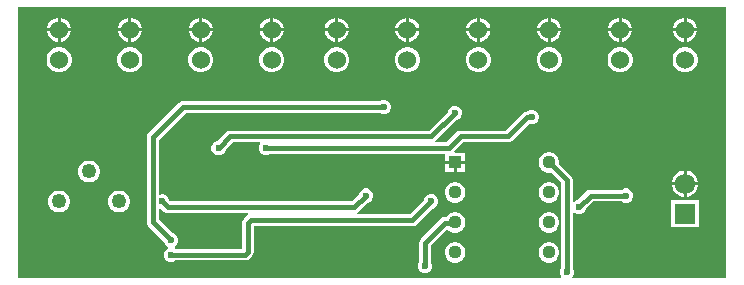
<source format=gbl>
G04*
G04 #@! TF.GenerationSoftware,Altium Limited,Altium Designer,23.1.1 (15)*
G04*
G04 Layer_Physical_Order=2*
G04 Layer_Color=16711680*
%FSLAX44Y44*%
%MOMM*%
G71*
G04*
G04 #@! TF.SameCoordinates,C741470B-7C4C-4177-9209-F2D843503FCF*
G04*
G04*
G04 #@! TF.FilePolarity,Positive*
G04*
G01*
G75*
%ADD30C,0.3810*%
%ADD31C,1.1300*%
%ADD32R,1.1300X1.1300*%
%ADD33C,1.7250*%
%ADD34R,1.7250X1.7250*%
%ADD35C,1.5240*%
%ADD36C,1.2500*%
%ADD37C,0.6000*%
G36*
X600000Y0D02*
X470145D01*
X469659Y1173D01*
X470087Y1601D01*
X471000Y3807D01*
Y6194D01*
X470087Y8399D01*
X470001Y8484D01*
Y54854D01*
X471174Y55340D01*
X471601Y54914D01*
X473806Y54000D01*
X476194D01*
X478399Y54914D01*
X480087Y56601D01*
X481000Y58807D01*
Y58927D01*
X487071Y64999D01*
X511516D01*
X511601Y64914D01*
X513806Y64000D01*
X516194D01*
X518399Y64914D01*
X520087Y66601D01*
X521000Y68807D01*
Y71193D01*
X520087Y73399D01*
X518399Y75087D01*
X516194Y76000D01*
X513806D01*
X511601Y75087D01*
X511516Y75001D01*
X485000D01*
X483086Y74620D01*
X481464Y73536D01*
X473927Y66000D01*
X473806D01*
X471601Y65087D01*
X471174Y64660D01*
X470001Y65146D01*
Y82800D01*
X469620Y84714D01*
X468536Y86336D01*
X458257Y96615D01*
X458350Y96961D01*
Y99239D01*
X457761Y101439D01*
X456622Y103411D01*
X455011Y105022D01*
X453039Y106160D01*
X450839Y106750D01*
X448561D01*
X446361Y106160D01*
X444389Y105022D01*
X442778Y103411D01*
X441640Y101439D01*
X441050Y99239D01*
Y96961D01*
X441640Y94761D01*
X442778Y92789D01*
X444389Y91178D01*
X446361Y90040D01*
X448561Y89450D01*
X450839D01*
X451185Y89543D01*
X459999Y80729D01*
Y8484D01*
X459913Y8399D01*
X459000Y6194D01*
Y3807D01*
X459913Y1601D01*
X460341Y1173D01*
X459855Y0D01*
X0D01*
Y230000D01*
X600000D01*
Y0D01*
D02*
G37*
%LPC*%
G36*
X566338Y220560D02*
X566270D01*
Y211670D01*
X575160D01*
Y211738D01*
X574468Y214322D01*
X573130Y216638D01*
X571238Y218530D01*
X568922Y219868D01*
X566338Y220560D01*
D02*
G37*
G36*
X563730D02*
X563662D01*
X561078Y219868D01*
X558762Y218530D01*
X556870Y216638D01*
X555532Y214322D01*
X554840Y211738D01*
Y211670D01*
X563730D01*
Y220560D01*
D02*
G37*
G36*
X511338D02*
X511270D01*
Y211670D01*
X520160D01*
Y211738D01*
X519468Y214322D01*
X518130Y216638D01*
X516238Y218530D01*
X513922Y219868D01*
X511338Y220560D01*
D02*
G37*
G36*
X508730D02*
X508662D01*
X506078Y219868D01*
X503762Y218530D01*
X501870Y216638D01*
X500532Y214322D01*
X499840Y211738D01*
Y211670D01*
X508730D01*
Y220560D01*
D02*
G37*
G36*
X451338D02*
X451270D01*
Y211670D01*
X460160D01*
Y211738D01*
X459468Y214322D01*
X458130Y216638D01*
X456238Y218530D01*
X453922Y219868D01*
X451338Y220560D01*
D02*
G37*
G36*
X448730D02*
X448662D01*
X446078Y219868D01*
X443762Y218530D01*
X441870Y216638D01*
X440532Y214322D01*
X439840Y211738D01*
Y211670D01*
X448730D01*
Y220560D01*
D02*
G37*
G36*
X391338D02*
X391270D01*
Y211670D01*
X400160D01*
Y211738D01*
X399468Y214322D01*
X398130Y216638D01*
X396238Y218530D01*
X393922Y219868D01*
X391338Y220560D01*
D02*
G37*
G36*
X388730D02*
X388662D01*
X386078Y219868D01*
X383762Y218530D01*
X381870Y216638D01*
X380532Y214322D01*
X379840Y211738D01*
Y211670D01*
X388730D01*
Y220560D01*
D02*
G37*
G36*
X331338D02*
X331270D01*
Y211670D01*
X340160D01*
Y211738D01*
X339468Y214322D01*
X338130Y216638D01*
X336238Y218530D01*
X333922Y219868D01*
X331338Y220560D01*
D02*
G37*
G36*
X328730D02*
X328662D01*
X326078Y219868D01*
X323762Y218530D01*
X321870Y216638D01*
X320532Y214322D01*
X319840Y211738D01*
Y211670D01*
X328730D01*
Y220560D01*
D02*
G37*
G36*
X271338D02*
X271270D01*
Y211670D01*
X280160D01*
Y211738D01*
X279468Y214322D01*
X278130Y216638D01*
X276238Y218530D01*
X273922Y219868D01*
X271338Y220560D01*
D02*
G37*
G36*
X268730D02*
X268662D01*
X266078Y219868D01*
X263762Y218530D01*
X261870Y216638D01*
X260532Y214322D01*
X259840Y211738D01*
Y211670D01*
X268730D01*
Y220560D01*
D02*
G37*
G36*
X216338D02*
X216270D01*
Y211670D01*
X225160D01*
Y211738D01*
X224468Y214322D01*
X223130Y216638D01*
X221238Y218530D01*
X218922Y219868D01*
X216338Y220560D01*
D02*
G37*
G36*
X213730D02*
X213662D01*
X211078Y219868D01*
X208762Y218530D01*
X206870Y216638D01*
X205532Y214322D01*
X204840Y211738D01*
Y211670D01*
X213730D01*
Y220560D01*
D02*
G37*
G36*
X156338D02*
X156270D01*
Y211670D01*
X165160D01*
Y211738D01*
X164468Y214322D01*
X163130Y216638D01*
X161238Y218530D01*
X158922Y219868D01*
X156338Y220560D01*
D02*
G37*
G36*
X153730D02*
X153662D01*
X151078Y219868D01*
X148762Y218530D01*
X146870Y216638D01*
X145532Y214322D01*
X144840Y211738D01*
Y211670D01*
X153730D01*
Y220560D01*
D02*
G37*
G36*
X96338D02*
X96270D01*
Y211670D01*
X105160D01*
Y211738D01*
X104468Y214322D01*
X103130Y216638D01*
X101238Y218530D01*
X98922Y219868D01*
X96338Y220560D01*
D02*
G37*
G36*
X93730D02*
X93662D01*
X91078Y219868D01*
X88762Y218530D01*
X86870Y216638D01*
X85532Y214322D01*
X84840Y211738D01*
Y211670D01*
X93730D01*
Y220560D01*
D02*
G37*
G36*
X36338D02*
X36270D01*
Y211670D01*
X45160D01*
Y211738D01*
X44468Y214322D01*
X43130Y216638D01*
X41238Y218530D01*
X38922Y219868D01*
X36338Y220560D01*
D02*
G37*
G36*
X33730D02*
X33662D01*
X31078Y219868D01*
X28762Y218530D01*
X26870Y216638D01*
X25532Y214322D01*
X24840Y211738D01*
Y211670D01*
X33730D01*
Y220560D01*
D02*
G37*
G36*
X575160Y209130D02*
X566270D01*
Y200240D01*
X566338D01*
X568922Y200932D01*
X571238Y202270D01*
X573130Y204162D01*
X574468Y206478D01*
X575160Y209062D01*
Y209130D01*
D02*
G37*
G36*
X563730D02*
X554840D01*
Y209062D01*
X555532Y206478D01*
X556870Y204162D01*
X558762Y202270D01*
X561078Y200932D01*
X563662Y200240D01*
X563730D01*
Y209130D01*
D02*
G37*
G36*
X520160D02*
X511270D01*
Y200240D01*
X511338D01*
X513922Y200932D01*
X516238Y202270D01*
X518130Y204162D01*
X519468Y206478D01*
X520160Y209062D01*
Y209130D01*
D02*
G37*
G36*
X508730D02*
X499840D01*
Y209062D01*
X500532Y206478D01*
X501870Y204162D01*
X503762Y202270D01*
X506078Y200932D01*
X508662Y200240D01*
X508730D01*
Y209130D01*
D02*
G37*
G36*
X460160D02*
X451270D01*
Y200240D01*
X451338D01*
X453922Y200932D01*
X456238Y202270D01*
X458130Y204162D01*
X459468Y206478D01*
X460160Y209062D01*
Y209130D01*
D02*
G37*
G36*
X448730D02*
X439840D01*
Y209062D01*
X440532Y206478D01*
X441870Y204162D01*
X443762Y202270D01*
X446078Y200932D01*
X448662Y200240D01*
X448730D01*
Y209130D01*
D02*
G37*
G36*
X400160D02*
X391270D01*
Y200240D01*
X391338D01*
X393922Y200932D01*
X396238Y202270D01*
X398130Y204162D01*
X399468Y206478D01*
X400160Y209062D01*
Y209130D01*
D02*
G37*
G36*
X388730D02*
X379840D01*
Y209062D01*
X380532Y206478D01*
X381870Y204162D01*
X383762Y202270D01*
X386078Y200932D01*
X388662Y200240D01*
X388730D01*
Y209130D01*
D02*
G37*
G36*
X340160D02*
X331270D01*
Y200240D01*
X331338D01*
X333922Y200932D01*
X336238Y202270D01*
X338130Y204162D01*
X339468Y206478D01*
X340160Y209062D01*
Y209130D01*
D02*
G37*
G36*
X328730D02*
X319840D01*
Y209062D01*
X320532Y206478D01*
X321870Y204162D01*
X323762Y202270D01*
X326078Y200932D01*
X328662Y200240D01*
X328730D01*
Y209130D01*
D02*
G37*
G36*
X280160D02*
X271270D01*
Y200240D01*
X271338D01*
X273922Y200932D01*
X276238Y202270D01*
X278130Y204162D01*
X279468Y206478D01*
X280160Y209062D01*
Y209130D01*
D02*
G37*
G36*
X268730D02*
X259840D01*
Y209062D01*
X260532Y206478D01*
X261870Y204162D01*
X263762Y202270D01*
X266078Y200932D01*
X268662Y200240D01*
X268730D01*
Y209130D01*
D02*
G37*
G36*
X225160D02*
X216270D01*
Y200240D01*
X216338D01*
X218922Y200932D01*
X221238Y202270D01*
X223130Y204162D01*
X224468Y206478D01*
X225160Y209062D01*
Y209130D01*
D02*
G37*
G36*
X213730D02*
X204840D01*
Y209062D01*
X205532Y206478D01*
X206870Y204162D01*
X208762Y202270D01*
X211078Y200932D01*
X213662Y200240D01*
X213730D01*
Y209130D01*
D02*
G37*
G36*
X165160D02*
X156270D01*
Y200240D01*
X156338D01*
X158922Y200932D01*
X161238Y202270D01*
X163130Y204162D01*
X164468Y206478D01*
X165160Y209062D01*
Y209130D01*
D02*
G37*
G36*
X153730D02*
X144840D01*
Y209062D01*
X145532Y206478D01*
X146870Y204162D01*
X148762Y202270D01*
X151078Y200932D01*
X153662Y200240D01*
X153730D01*
Y209130D01*
D02*
G37*
G36*
X105160D02*
X96270D01*
Y200240D01*
X96338D01*
X98922Y200932D01*
X101238Y202270D01*
X103130Y204162D01*
X104468Y206478D01*
X105160Y209062D01*
Y209130D01*
D02*
G37*
G36*
X93730D02*
X84840D01*
Y209062D01*
X85532Y206478D01*
X86870Y204162D01*
X88762Y202270D01*
X91078Y200932D01*
X93662Y200240D01*
X93730D01*
Y209130D01*
D02*
G37*
G36*
X45160D02*
X36270D01*
Y200240D01*
X36338D01*
X38922Y200932D01*
X41238Y202270D01*
X43130Y204162D01*
X44468Y206478D01*
X45160Y209062D01*
Y209130D01*
D02*
G37*
G36*
X33730D02*
X24840D01*
Y209062D01*
X25532Y206478D01*
X26870Y204162D01*
X28762Y202270D01*
X31078Y200932D01*
X33662Y200240D01*
X33730D01*
Y209130D01*
D02*
G37*
G36*
X566398Y195620D02*
X563602D01*
X560901Y194896D01*
X558479Y193498D01*
X556502Y191521D01*
X555104Y189099D01*
X554380Y186398D01*
Y183602D01*
X555104Y180901D01*
X556502Y178479D01*
X558479Y176502D01*
X560901Y175104D01*
X563602Y174380D01*
X566398D01*
X569099Y175104D01*
X571521Y176502D01*
X573498Y178479D01*
X574896Y180901D01*
X575620Y183602D01*
Y186398D01*
X574896Y189099D01*
X573498Y191521D01*
X571521Y193498D01*
X569099Y194896D01*
X566398Y195620D01*
D02*
G37*
G36*
X511398D02*
X508602D01*
X505901Y194896D01*
X503479Y193498D01*
X501502Y191521D01*
X500104Y189099D01*
X499380Y186398D01*
Y183602D01*
X500104Y180901D01*
X501502Y178479D01*
X503479Y176502D01*
X505901Y175104D01*
X508602Y174380D01*
X511398D01*
X514099Y175104D01*
X516521Y176502D01*
X518498Y178479D01*
X519896Y180901D01*
X520620Y183602D01*
Y186398D01*
X519896Y189099D01*
X518498Y191521D01*
X516521Y193498D01*
X514099Y194896D01*
X511398Y195620D01*
D02*
G37*
G36*
X451398D02*
X448602D01*
X445901Y194896D01*
X443479Y193498D01*
X441502Y191521D01*
X440104Y189099D01*
X439380Y186398D01*
Y183602D01*
X440104Y180901D01*
X441502Y178479D01*
X443479Y176502D01*
X445901Y175104D01*
X448602Y174380D01*
X451398D01*
X454099Y175104D01*
X456521Y176502D01*
X458498Y178479D01*
X459896Y180901D01*
X460620Y183602D01*
Y186398D01*
X459896Y189099D01*
X458498Y191521D01*
X456521Y193498D01*
X454099Y194896D01*
X451398Y195620D01*
D02*
G37*
G36*
X391398D02*
X388602D01*
X385901Y194896D01*
X383479Y193498D01*
X381502Y191521D01*
X380104Y189099D01*
X379380Y186398D01*
Y183602D01*
X380104Y180901D01*
X381502Y178479D01*
X383479Y176502D01*
X385901Y175104D01*
X388602Y174380D01*
X391398D01*
X394099Y175104D01*
X396521Y176502D01*
X398498Y178479D01*
X399896Y180901D01*
X400620Y183602D01*
Y186398D01*
X399896Y189099D01*
X398498Y191521D01*
X396521Y193498D01*
X394099Y194896D01*
X391398Y195620D01*
D02*
G37*
G36*
X331398D02*
X328602D01*
X325901Y194896D01*
X323479Y193498D01*
X321502Y191521D01*
X320104Y189099D01*
X319380Y186398D01*
Y183602D01*
X320104Y180901D01*
X321502Y178479D01*
X323479Y176502D01*
X325901Y175104D01*
X328602Y174380D01*
X331398D01*
X334099Y175104D01*
X336521Y176502D01*
X338498Y178479D01*
X339896Y180901D01*
X340620Y183602D01*
Y186398D01*
X339896Y189099D01*
X338498Y191521D01*
X336521Y193498D01*
X334099Y194896D01*
X331398Y195620D01*
D02*
G37*
G36*
X271398D02*
X268602D01*
X265901Y194896D01*
X263479Y193498D01*
X261502Y191521D01*
X260104Y189099D01*
X259380Y186398D01*
Y183602D01*
X260104Y180901D01*
X261502Y178479D01*
X263479Y176502D01*
X265901Y175104D01*
X268602Y174380D01*
X271398D01*
X274099Y175104D01*
X276521Y176502D01*
X278498Y178479D01*
X279896Y180901D01*
X280620Y183602D01*
Y186398D01*
X279896Y189099D01*
X278498Y191521D01*
X276521Y193498D01*
X274099Y194896D01*
X271398Y195620D01*
D02*
G37*
G36*
X216398D02*
X213602D01*
X210901Y194896D01*
X208479Y193498D01*
X206502Y191521D01*
X205104Y189099D01*
X204380Y186398D01*
Y183602D01*
X205104Y180901D01*
X206502Y178479D01*
X208479Y176502D01*
X210901Y175104D01*
X213602Y174380D01*
X216398D01*
X219099Y175104D01*
X221521Y176502D01*
X223498Y178479D01*
X224896Y180901D01*
X225620Y183602D01*
Y186398D01*
X224896Y189099D01*
X223498Y191521D01*
X221521Y193498D01*
X219099Y194896D01*
X216398Y195620D01*
D02*
G37*
G36*
X156398D02*
X153602D01*
X150901Y194896D01*
X148479Y193498D01*
X146502Y191521D01*
X145104Y189099D01*
X144380Y186398D01*
Y183602D01*
X145104Y180901D01*
X146502Y178479D01*
X148479Y176502D01*
X150901Y175104D01*
X153602Y174380D01*
X156398D01*
X159099Y175104D01*
X161521Y176502D01*
X163498Y178479D01*
X164896Y180901D01*
X165620Y183602D01*
Y186398D01*
X164896Y189099D01*
X163498Y191521D01*
X161521Y193498D01*
X159099Y194896D01*
X156398Y195620D01*
D02*
G37*
G36*
X96398D02*
X93602D01*
X90901Y194896D01*
X88479Y193498D01*
X86502Y191521D01*
X85104Y189099D01*
X84380Y186398D01*
Y183602D01*
X85104Y180901D01*
X86502Y178479D01*
X88479Y176502D01*
X90901Y175104D01*
X93602Y174380D01*
X96398D01*
X99099Y175104D01*
X101521Y176502D01*
X103498Y178479D01*
X104896Y180901D01*
X105620Y183602D01*
Y186398D01*
X104896Y189099D01*
X103498Y191521D01*
X101521Y193498D01*
X99099Y194896D01*
X96398Y195620D01*
D02*
G37*
G36*
X36398D02*
X33602D01*
X30901Y194896D01*
X28479Y193498D01*
X26502Y191521D01*
X25104Y189099D01*
X24380Y186398D01*
Y183602D01*
X25104Y180901D01*
X26502Y178479D01*
X28479Y176502D01*
X30901Y175104D01*
X33602Y174380D01*
X36398D01*
X39099Y175104D01*
X41521Y176502D01*
X43498Y178479D01*
X44896Y180901D01*
X45620Y183602D01*
Y186398D01*
X44896Y189099D01*
X43498Y191521D01*
X41521Y193498D01*
X39099Y194896D01*
X36398Y195620D01*
D02*
G37*
G36*
X311194Y151000D02*
X308806D01*
X306601Y150086D01*
X306516Y150001D01*
X140000D01*
X138086Y149620D01*
X136464Y148536D01*
X110654Y122726D01*
X109570Y121104D01*
X109189Y119190D01*
Y47905D01*
X109570Y45991D01*
X110654Y44369D01*
X124000Y31022D01*
Y30902D01*
X124913Y28696D01*
X126601Y27009D01*
X127262Y26735D01*
Y25360D01*
X126601Y25087D01*
X124913Y23399D01*
X124000Y21193D01*
Y18807D01*
X124913Y16601D01*
X126601Y14914D01*
X128806Y14000D01*
X131194D01*
X133399Y14914D01*
X133484Y14999D01*
X192768D01*
X194682Y15380D01*
X196304Y16464D01*
X198536Y18696D01*
X199620Y20318D01*
X200001Y22232D01*
Y44236D01*
X334238D01*
X336151Y44617D01*
X337774Y45701D01*
X351073Y59000D01*
X351194D01*
X353399Y59913D01*
X355087Y61601D01*
X356000Y63807D01*
Y66193D01*
X355087Y68399D01*
X353399Y70087D01*
X351194Y71000D01*
X348806D01*
X346601Y70087D01*
X344913Y68399D01*
X344000Y66193D01*
Y66073D01*
X332166Y54239D01*
X287318D01*
X287162Y54678D01*
X287107Y55509D01*
X288536Y56464D01*
X296073Y64000D01*
X296194D01*
X298399Y64914D01*
X300086Y66601D01*
X301000Y68807D01*
Y71193D01*
X300086Y73399D01*
X298399Y75087D01*
X296194Y76000D01*
X293806D01*
X291601Y75087D01*
X289913Y73399D01*
X289000Y71193D01*
Y71073D01*
X282929Y65001D01*
X129166D01*
X128095Y66073D01*
Y66193D01*
X127182Y68399D01*
X125494Y70087D01*
X123288Y71000D01*
X120901D01*
X120247Y70729D01*
X119191Y71434D01*
Y117119D01*
X142072Y139999D01*
X306516D01*
X306601Y139913D01*
X308806Y139000D01*
X311194D01*
X313399Y139913D01*
X315086Y141601D01*
X316000Y143806D01*
Y146194D01*
X315086Y148399D01*
X313399Y150086D01*
X311194Y151000D01*
D02*
G37*
G36*
X371194Y146000D02*
X368806D01*
X366601Y145087D01*
X364913Y143399D01*
X364000Y141194D01*
Y141073D01*
X347929Y125001D01*
X180000D01*
X178086Y124620D01*
X176464Y123536D01*
X168927Y116000D01*
X168806D01*
X166601Y115087D01*
X164913Y113399D01*
X164000Y111194D01*
Y108806D01*
X164913Y106601D01*
X166601Y104914D01*
X168806Y104000D01*
X171194D01*
X173399Y104914D01*
X175086Y106601D01*
X176000Y108806D01*
Y108927D01*
X182071Y114999D01*
X204854D01*
X205340Y113826D01*
X204914Y113399D01*
X204000Y111194D01*
Y108806D01*
X204914Y106601D01*
X206601Y104914D01*
X208806Y104000D01*
X211194D01*
X213399Y104914D01*
X213484Y104999D01*
X362110D01*
Y99370D01*
X378490D01*
Y106290D01*
X370159D01*
X369633Y107560D01*
X377071Y114999D01*
X415000D01*
X416914Y115380D01*
X418536Y116464D01*
X432952Y130879D01*
X433806Y130525D01*
X436194D01*
X438399Y131438D01*
X440087Y133126D01*
X441000Y135331D01*
Y137718D01*
X440087Y139924D01*
X438399Y141611D01*
X436194Y142525D01*
X433806D01*
X431601Y141611D01*
X431095Y141105D01*
X429192Y140726D01*
X427570Y139642D01*
X412929Y125001D01*
X375000D01*
X373086Y124620D01*
X371464Y123536D01*
X362929Y115001D01*
X353633D01*
X353248Y116271D01*
X353536Y116464D01*
X371073Y134000D01*
X371194D01*
X373399Y134913D01*
X375087Y136601D01*
X376000Y138806D01*
Y141194D01*
X375087Y143399D01*
X373399Y145087D01*
X371194Y146000D01*
D02*
G37*
G36*
X378490Y96830D02*
X371570D01*
Y89910D01*
X378490D01*
Y96830D01*
D02*
G37*
G36*
X369030D02*
X362110D01*
Y89910D01*
X369030D01*
Y96830D01*
D02*
G37*
G36*
X566470Y91165D02*
X566270D01*
Y81270D01*
X576165D01*
Y81470D01*
X575404Y84310D01*
X573934Y86855D01*
X571855Y88934D01*
X569310Y90404D01*
X566470Y91165D01*
D02*
G37*
G36*
X563730D02*
X563530D01*
X560690Y90404D01*
X558144Y88934D01*
X556066Y86855D01*
X554596Y84310D01*
X553835Y81470D01*
Y81270D01*
X563730D01*
Y91165D01*
D02*
G37*
G36*
X61618Y99650D02*
X59182D01*
X56830Y99020D01*
X54720Y97802D01*
X52998Y96080D01*
X51780Y93970D01*
X51150Y91618D01*
Y89182D01*
X51780Y86830D01*
X52998Y84720D01*
X54720Y82998D01*
X56830Y81780D01*
X59182Y81150D01*
X61618D01*
X63970Y81780D01*
X66080Y82998D01*
X67802Y84720D01*
X69020Y86830D01*
X69650Y89182D01*
Y91618D01*
X69020Y93970D01*
X67802Y96080D01*
X66080Y97802D01*
X63970Y99020D01*
X61618Y99650D01*
D02*
G37*
G36*
X576165Y78730D02*
X566270D01*
Y68835D01*
X566470D01*
X569310Y69596D01*
X571855Y71066D01*
X573934Y73144D01*
X575404Y75690D01*
X576165Y78530D01*
Y78730D01*
D02*
G37*
G36*
X563730D02*
X553835D01*
Y78530D01*
X554596Y75690D01*
X556066Y73144D01*
X558144Y71066D01*
X560690Y69596D01*
X563530Y68835D01*
X563730D01*
Y78730D01*
D02*
G37*
G36*
X450839Y81350D02*
X448561D01*
X446361Y80760D01*
X444389Y79622D01*
X442778Y78011D01*
X441640Y76039D01*
X441050Y73839D01*
Y71561D01*
X441640Y69361D01*
X442778Y67389D01*
X444389Y65778D01*
X446361Y64640D01*
X448561Y64050D01*
X450839D01*
X453039Y64640D01*
X455011Y65778D01*
X456622Y67389D01*
X457761Y69361D01*
X458350Y71561D01*
Y73839D01*
X457761Y76039D01*
X456622Y78011D01*
X455011Y79622D01*
X453039Y80760D01*
X450839Y81350D01*
D02*
G37*
G36*
X371439D02*
X369161D01*
X366961Y80760D01*
X364989Y79622D01*
X363378Y78011D01*
X362239Y76039D01*
X361650Y73839D01*
Y71561D01*
X362239Y69361D01*
X363378Y67389D01*
X364989Y65778D01*
X366961Y64640D01*
X369161Y64050D01*
X371439D01*
X373639Y64640D01*
X375611Y65778D01*
X377222Y67389D01*
X378360Y69361D01*
X378950Y71561D01*
Y73839D01*
X378360Y76039D01*
X377222Y78011D01*
X375611Y79622D01*
X373639Y80760D01*
X371439Y81350D01*
D02*
G37*
G36*
X87018Y74250D02*
X84582D01*
X82230Y73620D01*
X80120Y72402D01*
X78398Y70680D01*
X77180Y68570D01*
X76550Y66218D01*
Y63782D01*
X77180Y61430D01*
X78398Y59320D01*
X80120Y57598D01*
X82230Y56380D01*
X84582Y55750D01*
X87018D01*
X89370Y56380D01*
X91480Y57598D01*
X93202Y59320D01*
X94420Y61430D01*
X95050Y63782D01*
Y66218D01*
X94420Y68570D01*
X93202Y70680D01*
X91480Y72402D01*
X89370Y73620D01*
X87018Y74250D01*
D02*
G37*
G36*
X36218D02*
X33782D01*
X31430Y73620D01*
X29320Y72402D01*
X27598Y70680D01*
X26380Y68570D01*
X25750Y66218D01*
Y63782D01*
X26380Y61430D01*
X27598Y59320D01*
X29320Y57598D01*
X31430Y56380D01*
X33782Y55750D01*
X36218D01*
X38570Y56380D01*
X40680Y57598D01*
X42402Y59320D01*
X43620Y61430D01*
X44250Y63782D01*
Y66218D01*
X43620Y68570D01*
X42402Y70680D01*
X40680Y72402D01*
X38570Y73620D01*
X36218Y74250D01*
D02*
G37*
G36*
X576625Y66225D02*
X553375D01*
Y42975D01*
X576625D01*
Y66225D01*
D02*
G37*
G36*
X450839Y55950D02*
X448561D01*
X446361Y55360D01*
X444389Y54222D01*
X442778Y52611D01*
X441640Y50639D01*
X441050Y48439D01*
Y46161D01*
X441640Y43961D01*
X442778Y41989D01*
X444389Y40378D01*
X446361Y39239D01*
X448561Y38650D01*
X450839D01*
X453039Y39239D01*
X455011Y40378D01*
X456622Y41989D01*
X457761Y43961D01*
X458350Y46161D01*
Y48439D01*
X457761Y50639D01*
X456622Y52611D01*
X455011Y54222D01*
X453039Y55360D01*
X450839Y55950D01*
D02*
G37*
G36*
X371439D02*
X369161D01*
X366961Y55360D01*
X364989Y54222D01*
X363378Y52611D01*
X363069Y52075D01*
X362074D01*
X360160Y51694D01*
X358537Y50610D01*
X341464Y33536D01*
X340380Y31914D01*
X339999Y30000D01*
Y13484D01*
X339913Y13399D01*
X339000Y11193D01*
Y8806D01*
X339913Y6601D01*
X341601Y4913D01*
X343806Y4000D01*
X346194D01*
X348399Y4913D01*
X350087Y6601D01*
X351000Y8806D01*
Y11193D01*
X350087Y13399D01*
X350001Y13484D01*
Y27929D01*
X363720Y41647D01*
X364989Y40378D01*
X366961Y39239D01*
X369161Y38650D01*
X371439D01*
X373639Y39239D01*
X375611Y40378D01*
X377222Y41989D01*
X378360Y43961D01*
X378950Y46161D01*
Y48439D01*
X378360Y50639D01*
X377222Y52611D01*
X375611Y54222D01*
X373639Y55360D01*
X371439Y55950D01*
D02*
G37*
G36*
X450839Y30550D02*
X448561D01*
X446361Y29960D01*
X444389Y28822D01*
X442778Y27211D01*
X441640Y25239D01*
X441050Y23039D01*
Y20761D01*
X441640Y18561D01*
X442778Y16589D01*
X444389Y14978D01*
X446361Y13839D01*
X448561Y13250D01*
X450839D01*
X453039Y13839D01*
X455011Y14978D01*
X456622Y16589D01*
X457761Y18561D01*
X458350Y20761D01*
Y23039D01*
X457761Y25239D01*
X456622Y27211D01*
X455011Y28822D01*
X453039Y29960D01*
X450839Y30550D01*
D02*
G37*
G36*
X371439D02*
X369161D01*
X366961Y29960D01*
X364989Y28822D01*
X363378Y27211D01*
X362239Y25239D01*
X361650Y23039D01*
Y20761D01*
X362239Y18561D01*
X363378Y16589D01*
X364989Y14978D01*
X366961Y13839D01*
X369161Y13250D01*
X371439D01*
X373639Y13839D01*
X375611Y14978D01*
X377222Y16589D01*
X378360Y18561D01*
X378950Y20761D01*
Y23039D01*
X378360Y25239D01*
X377222Y27211D01*
X375611Y28822D01*
X373639Y29960D01*
X371439Y30550D01*
D02*
G37*
%LPD*%
G36*
X120901Y59000D02*
X121022D01*
X123559Y56464D01*
X125181Y55380D01*
X127095Y54999D01*
X194914D01*
X195069Y54559D01*
X195125Y53729D01*
X193696Y52774D01*
X191464Y50542D01*
X190380Y48920D01*
X189999Y47006D01*
Y25001D01*
X133484D01*
X133399Y25087D01*
X132738Y25360D01*
Y26735D01*
X133399Y27009D01*
X135086Y28696D01*
X136000Y30902D01*
Y33289D01*
X135086Y35494D01*
X133399Y37182D01*
X131194Y38095D01*
X131073D01*
X119191Y49977D01*
Y58566D01*
X120247Y59271D01*
X120901Y59000D01*
D02*
G37*
D30*
X370074Y47074D02*
X370300Y47300D01*
X345000Y30000D02*
X362074Y47074D01*
X370074D01*
X122095Y65000D02*
X127095Y60000D01*
X285000D02*
X295000Y70000D01*
X127095Y60000D02*
X285000D01*
X195000Y47006D02*
X197232Y49237D01*
X195000Y22232D02*
Y47006D01*
X197232Y49237D02*
X334238D01*
X350000Y65000D01*
X114190Y47905D02*
Y119190D01*
Y47905D02*
X130000Y32095D01*
X192768Y20000D02*
X195000Y22232D01*
X130000Y20000D02*
X192768D01*
X345000Y10000D02*
Y30000D01*
X114190Y119190D02*
X140000Y145000D01*
X210000Y110000D02*
X365000D01*
X375000Y120000D01*
X415000D01*
X434581Y136106D02*
X435000Y136525D01*
X431106Y136106D02*
X434581D01*
X415000Y120000D02*
X431106Y136106D01*
X350000Y120000D02*
X370000Y140000D01*
X180000Y120000D02*
X350000D01*
X170000Y110000D02*
X180000Y120000D01*
X485000Y70000D02*
X515000D01*
X475000Y60000D02*
X485000Y70000D01*
X465000Y5000D02*
Y82800D01*
X449700Y98100D02*
X465000Y82800D01*
X140000Y145000D02*
X310000D01*
D31*
X449700Y98100D02*
D03*
Y72700D02*
D03*
Y47300D02*
D03*
Y21900D02*
D03*
X370300D02*
D03*
Y47300D02*
D03*
Y72700D02*
D03*
D32*
Y98100D02*
D03*
D33*
X565000Y80000D02*
D03*
D34*
Y54600D02*
D03*
D35*
X35000Y185000D02*
D03*
Y210400D02*
D03*
X155000D02*
D03*
Y185000D02*
D03*
X565000Y210400D02*
D03*
Y185000D02*
D03*
X95000Y210400D02*
D03*
Y185000D02*
D03*
X510000Y210400D02*
D03*
Y185000D02*
D03*
X450000Y210400D02*
D03*
Y185000D02*
D03*
X390000Y210400D02*
D03*
Y185000D02*
D03*
X330000Y210400D02*
D03*
Y185000D02*
D03*
X270000Y210400D02*
D03*
Y185000D02*
D03*
X215000Y210400D02*
D03*
Y185000D02*
D03*
D36*
X35000Y65000D02*
D03*
X60400Y90400D02*
D03*
X85800Y65000D02*
D03*
D37*
X130000Y32095D02*
D03*
X122095Y65000D02*
D03*
X295000Y70000D02*
D03*
X130000Y20000D02*
D03*
X345000Y10000D02*
D03*
X350000Y65000D02*
D03*
X515000Y70000D02*
D03*
X475000Y60000D02*
D03*
X465000Y5000D02*
D03*
X435000Y136525D02*
D03*
X310000Y145000D02*
D03*
X370000Y140000D02*
D03*
X210000Y110000D02*
D03*
X170000D02*
D03*
M02*

</source>
